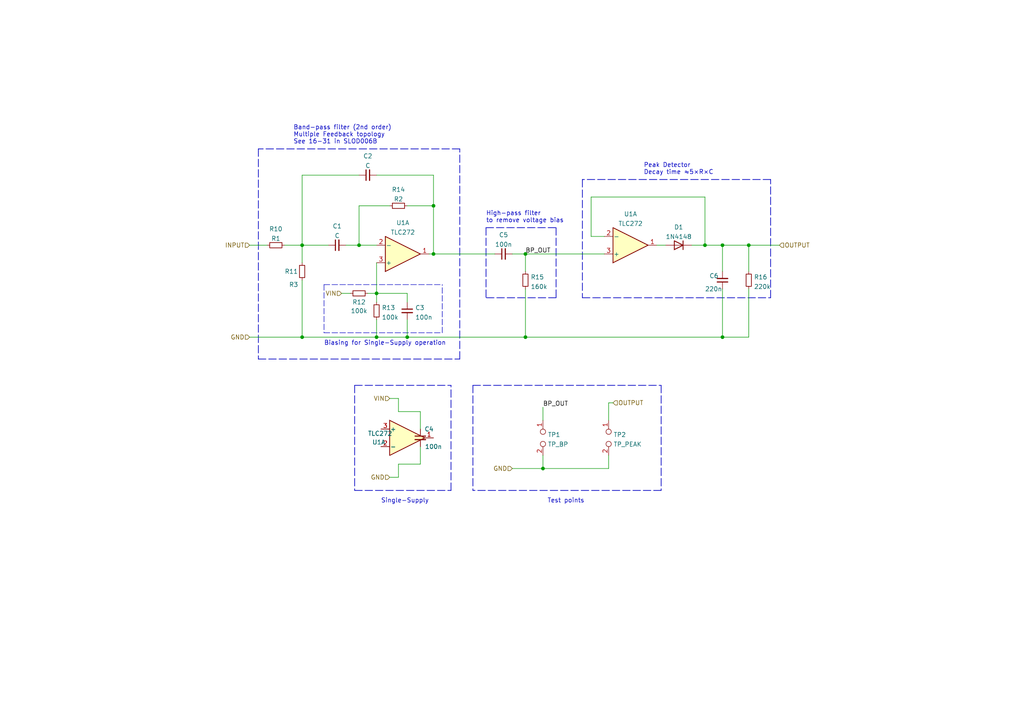
<source format=kicad_sch>
(kicad_sch (version 20211123) (generator eeschema)
  (paper "A4")
  (lib_symbols
    (symbol "Amplifier_Operational:TLC272" (pin_names (offset 0.127))
      (property "Reference" "U" (at 0 5.08 0))
      (property "Value" "TLC272" (at 0 -5.08 0))
      (symbol "TLC272_1_1"
        (polyline (pts (xy -5.08 5.08) (xy 5.08 0) (xy -5.08 -5.08) (xy -5.08 5.08)) (stroke (width 0.254)) (fill (type background)))
        (pin output line (at 7.62 0 180) (length 2.54) (name "~") (number "1"))
        (pin input line (at -7.62 -2.54 0) (length 2.54) (name "-") (number "2"))
        (pin input line (at -7.62 2.54 0) (length 2.54) (name "+") (number "3"))
      )
      (symbol "TLC272_2_1"
        (polyline (pts (xy -5.08 5.08) (xy 5.08 0) (xy -5.08 -5.08) (xy -5.08 5.08)) (stroke (width 0.254)) (fill (type background)))
        (pin input line (at -7.62 2.54 0) (length 2.54) (name "+") (number "5"))
        (pin input line (at -7.62 -2.54 0) (length 2.54) (name "-") (number "6"))
        (pin output line (at 7.62 0 180) (length 2.54) (name "~") (number "7"))
      )
      (symbol "TLC272_3_1"
        (pin power_in line (at -2.54 -7.62 90) (length 3.81) (name "V-") (number "4"))
        (pin power_in line (at -2.54 7.62 270) (length 3.81) (name "V+") (number "8"))
      )
    )
    (symbol "Connector:TestPoint_2Pole" (pin_names (offset 0.762) hide)
      (property "Reference" "TP" (at 0 1.524 0))
      (property "Value" "TestPoint_2Pole" (at 0 -1.778 0))
      (symbol "TestPoint_2Pole_0_1"
        (circle (center -1.778 0) (radius 0.762))
        (circle (center 1.778 0) (radius 0.762))
        (pin passive line (at -5.08 0 0) (length 2.54) (name "1") (number "1"))
        (pin passive line (at 5.08 0 180) (length 2.54) (name "2") (number "2"))
      )
    )
    (symbol "Device:C_Small" (pin_numbers hide) (pin_names (offset 0.254) hide)
      (property "Reference" "C" (at 0.254 1.778 0))
      (property "Value" "C_Small" (at 0.254 -2.032 0))
      (symbol "C_Small_0_1"
        (polyline (pts (xy -1.524 -0.508) (xy 1.524 -0.508)) (stroke (width 0.3302)))
        (polyline (pts (xy -1.524 0.508) (xy 1.524 0.508)) (stroke (width 0.3048)))
      )
      (symbol "C_Small_1_1"
        (pin passive line (at 0 2.54 270) (length 2.032) (name "~") (number "1"))
        (pin passive line (at 0 -2.54 90) (length 2.032) (name "~") (number "2"))
      )
    )
    (symbol "Device:D" (pin_numbers hide) (pin_names (offset 1.016) hide)
      (property "Reference" "D" (at 0 2.54 0))
      (property "Value" "D" (at 0 -2.54 0))
      (symbol "D_0_1"
        (polyline (pts (xy -1.27 1.27) (xy -1.27 -1.27)) (stroke (width 0.254)))
        (polyline (pts (xy 1.27 0) (xy -1.27 0)))
        (polyline (pts (xy 1.27 1.27) (xy 1.27 -1.27) (xy -1.27 0) (xy 1.27 1.27)) (stroke (width 0.254)))
      )
      (symbol "D_1_1"
        (pin passive line (at -3.81 0 0) (length 2.54) (name "K") (number "1"))
        (pin passive line (at 3.81 0 180) (length 2.54) (name "A") (number "2"))
      )
    )
    (symbol "Device:R_Small" (pin_numbers hide) (pin_names (offset 0.254) hide)
      (property "Reference" "R" (at 0.762 0.508 0))
      (property "Value" "R_Small" (at 0.762 -1.016 0))
      (symbol "R_Small_0_1"
        (rectangle (start -0.762 1.778) (end 0.762 -1.778) (stroke (width 0.2032)))
      )
      (symbol "R_Small_1_1"
        (pin passive line (at 0 2.54 270) (length 0.762) (name "~") (number "1"))
        (pin passive line (at 0 -2.54 90) (length 0.762) (name "~") (number "2"))
      )
    )
  )
  (junction (at 152.4 97.79))
  (junction (at 109.22 85.09))
  (junction (at 118.11 97.79))
  (junction (at 204.47 71.12))
  (junction (at 87.63 71.12))
  (junction (at 109.22 97.79))
  (junction (at 152.4 73.66))
  (junction (at 209.55 71.12))
  (junction (at 125.73 59.69))
  (junction (at 104.14 71.12))
  (junction (at 217.17 71.12))
  (junction (at 87.63 97.79))
  (junction (at 209.55 97.79))
  (junction (at 125.73 73.66))
  (junction (at 157.48 135.89))
  (polyline (pts (xy 168.91 86.36) (xy 223.52 86.36)) (stroke (width 0.2)))
  (wire (pts (xy 87.63 81.28) (xy 87.63 97.79)))
  (wire (pts (xy 176.53 135.89) (xy 157.48 135.89)))
  (wire (pts (xy 209.55 71.12) (xy 217.17 71.12)))
  (polyline (pts (xy 137.16 111.76) (xy 137.16 142.24)) (stroke (width 0.2)))
  (wire (pts (xy 190.5 71.12) (xy 193.04 71.12)))
  (polyline (pts (xy 161.29 66.04) (xy 161.29 86.36)) (stroke (width 0.2)))
  (polyline (pts (xy 137.16 111.76) (xy 191.77 111.76)) (stroke (width 0.2)))
  (wire (pts (xy 121.92 134.62) (xy 115.57 134.62)))
  (wire (pts (xy 87.63 76.2) (xy 87.63 71.12)))
  (wire (pts (xy 104.14 71.12) (xy 109.22 71.12)))
  (wire (pts (xy 152.4 97.79) (xy 118.11 97.79)))
  (wire (pts (xy 209.55 83.82) (xy 209.55 97.79)))
  (wire (pts (xy 113.03 59.69) (xy 104.14 59.69)))
  (wire (pts (xy 125.73 73.66) (xy 143.51 73.66)))
  (wire (pts (xy 204.47 71.12) (xy 204.47 57.15)))
  (wire (pts (xy 200.66 71.12) (xy 204.47 71.12)))
  (wire (pts (xy 118.11 59.69) (xy 125.73 59.69)))
  (wire (pts (xy 217.17 83.82) (xy 217.17 97.79)))
  (wire (pts (xy 177.8 116.84) (xy 176.53 116.84)))
  (wire (pts (xy 125.73 50.8) (xy 109.22 50.8)))
  (wire (pts (xy 121.92 124.46) (xy 121.92 119.38)))
  (wire (pts (xy 82.55 71.12) (xy 87.63 71.12)))
  (wire (pts (xy 152.4 73.66) (xy 152.4 78.74)))
  (wire (pts (xy 176.53 132.08) (xy 176.53 135.89)))
  (wire (pts (xy 109.22 76.2) (xy 109.22 85.09)))
  (wire (pts (xy 87.63 50.8) (xy 87.63 71.12)))
  (wire (pts (xy 115.57 115.57) (xy 115.57 119.38)))
  (wire (pts (xy 109.22 92.71) (xy 109.22 97.79)))
  (wire (pts (xy 121.92 129.54) (xy 121.92 134.62)))
  (wire (pts (xy 217.17 71.12) (xy 226.06 71.12)))
  (wire (pts (xy 113.03 115.57) (xy 115.57 115.57)))
  (wire (pts (xy 87.63 71.12) (xy 95.25 71.12)))
  (wire (pts (xy 72.39 71.12) (xy 77.47 71.12)))
  (wire (pts (xy 157.48 135.89) (xy 157.48 132.08)))
  (polyline (pts (xy 223.52 86.36) (xy 223.52 52.07)) (stroke (width 0.2)))
  (wire (pts (xy 104.14 59.69) (xy 104.14 71.12)))
  (wire (pts (xy 109.22 85.09) (xy 118.11 85.09)))
  (wire (pts (xy 209.55 71.12) (xy 204.47 71.12)))
  (wire (pts (xy 148.59 135.89) (xy 157.48 135.89)))
  (wire (pts (xy 115.57 138.43) (xy 115.57 134.62)))
  (wire (pts (xy 171.45 68.58) (xy 175.26 68.58)))
  (polyline (pts (xy 133.35 43.18) (xy 74.93 43.18)) (stroke (width 0.2)))
  (wire (pts (xy 118.11 85.09) (xy 118.11 87.63)))
  (polyline (pts (xy 133.35 104.14) (xy 133.35 43.18)) (stroke (width 0.2)))
  (polyline (pts (xy 93.98 96.52) (xy 128.27 96.52)) (stroke (width 0) (type dash)))
  (wire (pts (xy 176.53 116.84) (xy 176.53 121.92)))
  (polyline (pts (xy 191.77 142.24) (xy 137.16 142.24)) (stroke (width 0.2)))
  (wire (pts (xy 157.48 118.11) (xy 157.48 121.92)))
  (wire (pts (xy 109.22 85.09) (xy 109.22 87.63)))
  (polyline (pts (xy 161.29 86.36) (xy 140.97 86.36)) (stroke (width 0.2)))
  (wire (pts (xy 113.03 138.43) (xy 115.57 138.43)))
  (polyline (pts (xy 102.87 111.76) (xy 130.81 111.76)) (stroke (width 0.2)))
  (wire (pts (xy 171.45 57.15) (xy 171.45 68.58)))
  (wire (pts (xy 209.55 97.79) (xy 152.4 97.79)))
  (polyline (pts (xy 93.98 82.55) (xy 93.98 96.52)) (stroke (width 0) (type dash)))
  (wire (pts (xy 87.63 97.79) (xy 72.39 97.79)))
  (wire (pts (xy 152.4 73.66) (xy 175.26 73.66)))
  (wire (pts (xy 101.6 85.09) (xy 99.06 85.09)))
  (wire (pts (xy 148.59 73.66) (xy 152.4 73.66)))
  (wire (pts (xy 106.68 85.09) (xy 109.22 85.09)))
  (wire (pts (xy 118.11 92.71) (xy 118.11 97.79)))
  (polyline (pts (xy 102.87 111.76) (xy 102.87 142.24)) (stroke (width 0.2)))
  (wire (pts (xy 124.46 73.66) (xy 125.73 73.66)))
  (wire (pts (xy 100.33 71.12) (xy 104.14 71.12)))
  (polyline (pts (xy 102.87 142.24) (xy 130.81 142.24)) (stroke (width 0.2)))
  (polyline (pts (xy 74.93 43.18) (xy 74.93 104.14)) (stroke (width 0.2)))
  (wire (pts (xy 125.73 50.8) (xy 125.73 59.69)))
  (polyline (pts (xy 168.91 52.07) (xy 168.91 86.36)) (stroke (width 0.2)))
  (polyline (pts (xy 140.97 66.04) (xy 140.97 86.36)) (stroke (width 0.2)))
  (polyline (pts (xy 191.77 111.76) (xy 191.77 142.24)) (stroke (width 0.2)))
  (wire (pts (xy 87.63 50.8) (xy 104.14 50.8)))
  (polyline (pts (xy 140.97 66.04) (xy 161.29 66.04)) (stroke (width 0.2)))
  (wire (pts (xy 125.73 59.69) (xy 125.73 73.66)))
  (wire (pts (xy 217.17 71.12) (xy 217.17 78.74)))
  (wire (pts (xy 121.92 119.38) (xy 115.57 119.38)))
  (polyline (pts (xy 128.27 96.52) (xy 128.27 82.55)) (stroke (width 0) (type dash)))
  (polyline (pts (xy 93.98 82.55) (xy 128.27 82.55)) (stroke (width 0) (type dash)))
  (wire (pts (xy 217.17 97.79) (xy 209.55 97.79)))
  (wire (pts (xy 118.11 97.79) (xy 109.22 97.79)))
  (wire (pts (xy 87.63 97.79) (xy 109.22 97.79)))
  (polyline (pts (xy 130.81 142.24) (xy 130.81 111.76)) (stroke (width 0.2)))
  (wire (pts (xy 204.47 57.15) (xy 171.45 57.15)))
  (polyline (pts (xy 223.52 52.07) (xy 168.91 52.07)) (stroke (width 0.2)))
  (wire (pts (xy 152.4 83.82) (xy 152.4 97.79)))
  (polyline (pts (xy 74.93 104.14) (xy 133.35 104.14)) (stroke (width 0.2)))
  (wire (pts (xy 209.55 78.74) (xy 209.55 71.12)))
  (text "Peak Detector\nDecay time ≈5×R×C" (at 186.69 50.8 0) (effects (font (size 1.27 1.27)) (justify left bottom)))
  (text "Test points" (at 158.75 146.05 0) (effects (font (size 1.27 1.27)) (justify left bottom)))
  (text "Single-Supply" (at 110.49 146.05 0) (effects (font (size 1.27 1.27)) (justify left bottom)))
  (text "High-pass filter \nto remove voltage bias\n" (at 140.97 64.77 0) (effects (font (size 1.27 1.27)) (justify left bottom)))
  (text "Band-pass filter (2nd order)\nMultiple Feedback topology\nSee 16-31 in SLOD006B" (at 85.09 41.91 0) (effects (font (size 1.27 1.27)) (justify left bottom)))
  (text "Biasing for Single-Supply operation" (at 93.98 100.33 0) (effects (font (size 1.27 1.27)) (justify left bottom)))
  (label "BP_OUT" (at 157.48 118.11 0))
  (label "BP_OUT" (at 152.4 73.66 0))
  (hierarchical_label "INPUT" (shape input) (at 72.39 71.12 180))
  (hierarchical_label "GND" (shape input) (at 113.03 138.43 180))
  (hierarchical_label "OUTPUT" (shape input) (at 226.06 71.12 0))
  (hierarchical_label "GND" (shape input) (at 72.39 97.79 180))
  (hierarchical_label "VIN" (shape input) (at 113.03 115.57 180))
  (hierarchical_label "OUTPUT" (shape input) (at 177.8 116.84 0))
  (hierarchical_label "VIN" (shape input) (at 99.06 85.09 180))
  (hierarchical_label "GND" (shape input) (at 148.59 135.89 180))
  (symbol (lib_id "Device:C_Small") (at 121.92 127 0)
    (property "Reference" "C4" (at 124.46 124.46 0))
    (property "Value" "100n" (at 125.73 129.54 0))
    (property "Footprint" "Capacitor_SMD:C_0603_1608Metric" (effects hide))
  )
  (symbol (lib_id "Amplifier_Operational:TLC272") (at 118.11 127 0)
    (property "Reference" "U1" (at 107.95 128.27 0) (effects (justify left)))
    (property "Value" "TLC272" (at 106.68 125.73 0) (effects (justify left)))
    (property "Footprint" "Package_SO:SOIC-8_3.9x4.9mm_P1.27mm" (effects hide))
    (property "Datasheet" "http://www.ti.com/lit/ds/symlink/tlc272.pdf" (effects hide))
  )
  (symbol (lib_id "Device:C_Small") (at 97.79 71.12 90)
    (property "Reference" "C1" (at 97.7963 65.5914 90))
    (property "Value" "C" (at 97.7963 68.3665 90))
    (property "Footprint" "Capacitor_SMD:C_0603_1608Metric" (effects hide))
  )
  (symbol (lib_id "Device:R_Small") (at 87.63 78.74 0)
    (property "Reference" "R11" (at 82.55 78.74 0) (effects (justify left)))
    (property "Value" "R3" (at 83.82 82.55 0) (effects (justify left)))
    (property "Footprint" "Resistor_SMD:R_0603_1608Metric" (effects hide))
  )
  (symbol (lib_id "Amplifier_Operational:TLC272") (at 116.84 73.66 0) (mirror x)
    (property "Reference" "U1" (at 116.84 64.6135 0))
    (property "Value" "TLC272" (at 116.84 67.3886 0))
    (property "Footprint" "Package_SO:SOIC-8_3.9x4.9mm_P1.27mm" (effects hide))
    (property "Datasheet" "http://www.ti.com/lit/ds/symlink/tlc272.pdf" (effects hide))
  )
  (symbol (lib_id "Device:R_Small") (at 217.17 81.28 0)
    (property "Reference" "R16" (at 218.6686 80.3715 0) (effects (justify left)))
    (property "Value" "220k" (at 218.6686 83.1466 0) (effects (justify left)))
    (property "Footprint" "Resistor_SMD:R_0603_1608Metric" (effects hide))
  )
  (symbol (lib_id "Device:R_Small") (at 109.22 90.17 0)
    (property "Reference" "R13" (at 110.7186 89.2615 0) (effects (justify left)))
    (property "Value" "100k" (at 110.7186 92.0366 0) (effects (justify left)))
    (property "Footprint" "Resistor_SMD:R_0603_1608Metric" (effects hide))
  )
  (symbol (lib_id "Device:C_Small") (at 146.05 73.66 90)
    (property "Reference" "C5" (at 146.0563 68.1314 90))
    (property "Value" "100n" (at 146.0563 70.9065 90))
    (property "Footprint" "Capacitor_SMD:C_0603_1608Metric" (effects hide))
  )
  (symbol (lib_id "Device:R_Small") (at 104.14 85.09 90)
    (property "Reference" "R12" (at 104.14 87.63 90))
    (property "Value" "100k" (at 104.14 90.17 90))
    (property "Footprint" "Resistor_SMD:R_0603_1608Metric" (effects hide))
  )
  (symbol (lib_id "Device:R_Small") (at 152.4 81.28 180)
    (property "Reference" "R15" (at 153.8986 80.3715 0) (effects (justify right)))
    (property "Value" "160k" (at 153.8986 83.1466 0) (effects (justify right)))
    (property "Footprint" "Resistor_SMD:R_0603_1608Metric" (effects hide))
  )
  (symbol (lib_id "Device:C_Small") (at 106.68 50.8 90)
    (property "Reference" "C2" (at 106.6863 45.2714 90))
    (property "Value" "C" (at 106.6863 48.0465 90))
    (property "Footprint" "Capacitor_SMD:C_0603_1608Metric" (effects hide))
  )
  (symbol (lib_id "Connector:TestPoint_2Pole") (at 157.48 127 270)
    (property "Reference" "TP1" (at 158.877 126.0915 90) (effects (justify left)))
    (property "Value" "TP_BP" (at 158.877 128.8666 90) (effects (justify left)))
    (property "Footprint" "TestPoint:TestPoint_2Pads_Pitch2.54mm_Drill0.8mm" (effects hide))
  )
  (symbol (lib_id "Device:C_Small") (at 209.55 81.28 180)
    (property "Reference" "C6" (at 205.74 80.01 0) (effects (justify right)))
    (property "Value" "220n" (at 204.47 83.82 0) (effects (justify right)))
    (property "Footprint" "Capacitor_SMD:C_0603_1608Metric" (effects hide))
  )
  (symbol (lib_id "Device:R_Small") (at 80.01 71.12 90)
    (property "Reference" "R10" (at 80.01 66.4169 90))
    (property "Value" "R1" (at 80.01 69.192 90))
    (property "Footprint" "Resistor_SMD:R_0603_1608Metric" (effects hide))
  )
  (symbol (lib_id "Device:C_Small") (at 118.11 90.17 0)
    (property "Reference" "C3" (at 120.4341 89.2678 0) (effects (justify left)))
    (property "Value" "100n" (at 120.4341 92.0429 0) (effects (justify left)))
    (property "Footprint" "Capacitor_SMD:C_0603_1608Metric" (effects hide))
  )
  (symbol (lib_id "Device:D") (at 196.85 71.12 180)
    (property "Reference" "D1" (at 196.85 65.8835 0))
    (property "Value" "1N4148" (at 196.85 68.6586 0))
    (property "Footprint" "Diode_SMD:D_SOD-123" (effects hide))
  )
  (symbol (lib_id "Amplifier_Operational:TLC272") (at 182.88 71.12 0) (mirror x)
    (property "Reference" "U1" (at 182.88 62.0735 0))
    (property "Value" "TLC272" (at 182.88 64.8486 0))
    (property "Footprint" "Package_SO:SOIC-8_3.9x4.9mm_P1.27mm" (effects hide))
    (property "Datasheet" "http://www.ti.com/lit/ds/symlink/tlc272.pdf" (effects hide))
  )
  (symbol (lib_id "Device:R_Small") (at 115.57 59.69 90)
    (property "Reference" "R14" (at 115.57 54.9869 90))
    (property "Value" "R2" (at 115.57 57.762 90))
    (property "Footprint" "Resistor_SMD:R_0603_1608Metric" (effects hide))
  )
  (symbol (lib_id "Connector:TestPoint_2Pole") (at 176.53 127 270)
    (property "Reference" "TP2" (at 177.927 126.0915 90) (effects (justify left)))
    (property "Value" "TP_PEAK" (at 177.927 128.8666 90) (effects (justify left)))
    (property "Footprint" "TestPoint:TestPoint_2Pads_Pitch2.54mm_Drill0.8mm" (effects hide))
  )
)
</source>
